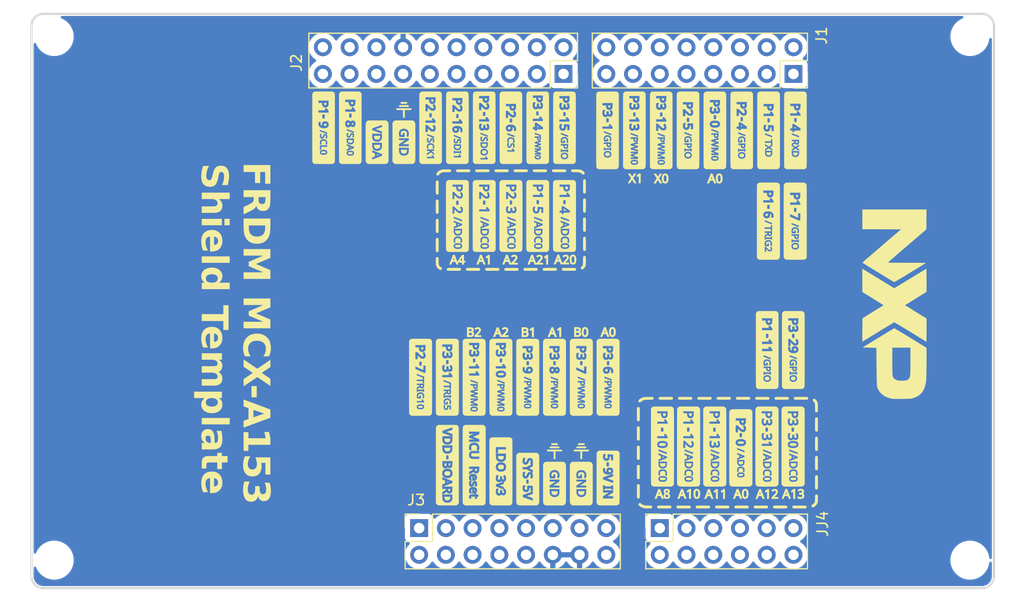
<source format=kicad_pcb>
(kicad_pcb (version 20221018) (generator pcbnew)
  (layers (0 "F.Cu" signal) (31 "B.Cu" signal) (34 "B.Paste" user) (35 "F.Paste" user) (36 "B.SilkS" user "B.Silkscreen") (37 "F.SilkS" user "F.Silkscreen") (38 "B.Mask" user) (39 "F.Mask" user) (44 "Edge.Cuts" user))
  (net 0 "")
  (net 11 "/P1-8{slash}SDA0")
  (net 13 "/P1-9{slash}SCL0")
  (net 14 "/P1-7{slash}GPIO")
  (net 16 "/P1-4{slash}RXD")
  (net 17 "/P1-6{slash}TRIG2")
  (net 18 "/P1-5{slash}TXD")
  (net 19 "/P2-4{slash}GPIO")
  (net 20 "/P3-0{slash}PWM0")
  (net 21 "/P2-5{slash}GPIO")
  (net 22 "/P3-12{slash}PWM0")
  (net 23 "/P3-13{slash}PWM0")
  (net 24 "/P3-1{slash}GPIO")
  (net 25 "/P1-4{slash}ADC0")
  (net 26 "/P3-15{slash}GPIO")
  (net 27 "/P1-5{slash}ADC0")
  (net 28 "/P3-14{slash}PWM0")
  (net 29 "/P2-3{slash}ADC0")
  (net 31 "/P2-6{slash}CSI1")
  (net 33 "/P2-1{slash}ADC0")
  (net 35 "/P2-13{slash}SDO1")
  (net 37 "/P2-2{slash}ADC0")
  (net 38 "/P2-16{slash}SDI1")
  (net 39 "/P2-12{slash}SCK1")
  (net 40 "GND")
  (net 41 "VDDA")
  (net 42 "/P2-7{slash}TRIG10")
  (net 43 "/P3-31{slash}TRIG5")
  (net 44 "/VDD_BOARD")
  (net 45 "/P3-11{slash}PWM0")
  (net 46 "/MCU_Reset")
  (net 47 "/P3-10{slash}PWM0")
  (net 48 "/LDO_3v3")
  (net 49 "/P3-9{slash}PWM0")
  (net 50 "/SYS-5V")
  (net 51 "/P3-8{slash}PWM0")
  (net 52 "/P3-7{slash}PWM0")
  (net 53 "/P3-6{slash}PWM0")
  (net 54 "/5-9VIN")
  (net 55 "/P1-10{slash}ADC0")
  (net 56 "/P1-12{slash}ADC0")
  (net 57 "/P1-13{slash}ADC0")
  (net 58 "/P2-0{slash}ADC0")
  (net 59 "/P1-11{slash}GPIO")
  (net 60 "/P3-31{slash}ADC0")
  (net 61 "/P3-29{slash}GPIO")
  (net 62 "/P3-30{slash}ADC0")
  (footprint "Wavenumber:SSQ-110-23-G-D" (layer "F.Cu") (at 138.740401 77.9608 -90)
    (fp_text reference "J2" (at 0.2032 13.9446 90) (layer "F.SilkS"))
    (fp_text value "Conn_02x10_Odd_Even")
    (pad "1" thru_hole rect (at 1.27 -11.43 270) (size 1.7 1.7) (drill 1) (layers "*.Cu" "*.Mask") (net 25 "/P1-4{slash}ADC0"))
    (pad "2" thru_hole oval (at -1.27 -11.43 270) (size 1.7 1.7) (drill 1) (layers "*.Cu" "*.Mask") (net 26 "/P3-15{slash}GPIO"))
    (pad "3" thru_hole oval (at 1.27 -8.89 270) (size 1.7 1.7) (drill 1) (layers "*.Cu" "*.Mask") (net 27 "/P1-5{slash}ADC0"))
    (pad "4" thru_hole oval (at -1.27 -8.89 270) (size 1.7 1.7) (drill 1) (layers "*.Cu" "*.Mask") (net 28 "/P3-14{slash}PWM0"))
    (pad "5" thru_hole oval (at 1.27 -6.35 270) (size 1.7 1.7) (drill 1) (layers "*.Cu" "*.Mask") (net 29 "/P2-3{slash}ADC0"))
    (pad "6" thru_hole oval (at -1.27 -6.35 270) (size 1.7 1.7) (drill 1) (layers "*.Cu" "*.Mask") (net 31 "/P2-6{slash}CSI1"))
    (pad "7" thru_hole oval (at 1.27 -3.81 270) (size 1.7 1.7) (drill 1) (layers "*.Cu" "*.Mask") (net 33 "/P2-1{slash}ADC0"))
    (pad "8" thru_hole oval (at -1.27 -3.81 270) (size 1.7 1.7) (drill 1) (layers "*.Cu" "*.Mask") (net 35 "/P2-13{slash}SDO1"))
    (pad "9" thru_hole oval (at 1.27 -1.27 270) (size 1.7 1.7) (drill 1) (layers "*.Cu" "*.Mask") (net 37 "/P2-2{slash}ADC0"))
    (pad "10" thru_hole oval (at -1.27 -1.27 270) (size 1.7 1.7) (drill 1) (layers "*.Cu" "*.Mask") (net 38 "/P2-16{slash}SDI1"))
    (pad "11" thru_hole oval (at 1.27 1.27 270) (size 1.7 1.7) (drill 1) (layers "*.Cu" "*.Mask"))
    (pad "12" thru_hole oval (at -1.27 1.27 270) (size 1.7 1.7) (drill 1) (layers "*.Cu" "*.Mask") (net 39 "/P2-12{slash}SCK1"))
    (pad "13" thru_hole oval (at 1.27 3.81 270) (size 1.7 1.7) (drill 1) (layers "*.Cu" "*.Mask"))
    (pad "14" thru_hole oval (at -1.27 3.81 270) (size 1.7 1.7) (drill 1) (layers "*.Cu" "*.Mask") (net 40 "GND"))
    (pad "15" thru_hole oval (at 1.27 6.35 270) (size 1.7 1.7) (drill 1) (layers "*.Cu" "*.Mask"))
    (pad "16" thru_hole oval (at -1.27 6.35 270) (size 1.7 1.7) (drill 1) (layers "*.Cu" "*.Mask") (net 41 "VDDA"))
    (pad "17" thru_hole oval (at 1.27 8.89 270) (size 1.7 1.7) (drill 1) (layers "*.Cu" "*.Mask"))
    (pad "18" thru_hole oval (at -1.27 8.89 270) (size 1.7 1.7) (drill 1) (layers "*.Cu" "*.Mask") (net 11 "/P1-8{slash}SDA0"))
    (pad "19" thru_hole oval (at 1.27 11.43 270) (size 1.7 1.7) (drill 1) (layers "*.Cu" "*.Mask"))
    (pad "20" thru_hole oval (at -1.27 11.43 270) (size 1.7 1.7) (drill 1) (layers "*.Cu" "*.Mask") (net 13 "/P1-9{slash}SCL0"))
  )
  (footprint "Wavenumber:J3" (layer "F.Cu") (at 145.496801 111.7682)
    (fp_text reference "G***" hide)
    (fp_text value "LOGO" hide)
  )
  (footprint "Wavenumber:J2" (layer "F.Cu") (at 163.276801 88.893238)
    (fp_text reference "G***" hide)
    (fp_text value "LOGO" hide)
  )
  (footprint "Wavenumber:nxp_logo" (layer "F.Cu") (at 181.624401 101.1258 -90)
    (fp_text reference "G***" hide)
    (fp_text value "LOGO" hide)
  )
  (footprint "Wavenumber:SSQ-108-03-T-D" (layer "F.Cu") (at 163.124401 77.9608 -90)
    (fp_text reference "J1" (at -2.3876 -11.557 90) (layer "F.SilkS"))
    (fp_text value "Conn_02x08_Odd_Even")
    (pad "1" thru_hole rect (at 1.27 -8.89 270) (size 1.7 1.7) (drill 1) (layers "*.Cu" "*.Mask") (net 14 "/P1-7{slash}GPIO"))
    (pad "2" thru_hole oval (at -1.27 -8.89 270) (size 1.7 1.7) (drill 1) (layers "*.Cu" "*.Mask") (net 16 "/P1-4{slash}RXD"))
    (pad "3" thru_hole oval (at 1.27 -6.35 270) (size 1.7 1.7) (drill 1) (layers "*.Cu" "*.Mask") (net 17 "/P1-6{slash}TRIG2"))
    (pad "4" thru_hole oval (at -1.27 -6.35 270) (size 1.7 1.7) (drill 1) (layers "*.Cu" "*.Mask") (net 18 "/P1-5{slash}TXD"))
    (pad "5" thru_hole oval (at 1.27 -3.81 270) (size 1.7 1.7) (drill 1) (layers "*.Cu" "*.Mask"))
    (pad "6" thru_hole oval (at -1.27 -3.81 270) (size 1.7 1.7) (drill 1) (layers "*.Cu" "*.Mask") (net 19 "/P2-4{slash}GPIO"))
    (pad "7" thru_hole oval (at 1.27 -1.27 270) (size 1.7 1.7) (drill 1) (layers "*.Cu" "*.Mask"))
    (pad "8" thru_hole oval (at -1.27 -1.27 270) (size 1.7 1.7) (drill 1) (layers "*.Cu" "*.Mask") (net 20 "/P3-0{slash}PWM0"))
    (pad "9" thru_hole oval (at 1.27 1.27 270) (size 1.7 1.7) (drill 1) (layers "*.Cu" "*.Mask"))
    (pad "10" thru_hole oval (at -1.27 1.27 270) (size 1.7 1.7) (drill 1) (layers "*.Cu" "*.Mask") (net 21 "/P2-5{slash}GPIO"))
    (pad "11" thru_hole oval (at 1.27 3.81 270) (size 1.7 1.7) (drill 1) (layers "*.Cu" "*.Mask"))
    (pad "12" thru_hole oval (at -1.27 3.81 270) (size 1.7 1.7) (drill 1) (layers "*.Cu" "*.Mask") (net 22 "/P3-12{slash}PWM0"))
    (pad "13" thru_hole oval (at 1.27 6.35 270) (size 1.7 1.7) (drill 1) (layers "*.Cu" "*.Mask"))
    (pad "14" thru_hole oval (at -1.27 6.35 270) (size 1.7 1.7) (drill 1) (layers "*.Cu" "*.Mask") (net 23 "/P3-13{slash}PWM0"))
    (pad "15" thru_hole oval (at 1.27 8.89 270) (size 1.7 1.7) (drill 1) (layers "*.Cu" "*.Mask"))
    (pad "16" thru_hole oval (at -1.27 8.89 270) (size 1.7 1.7) (drill 1) (layers "*.Cu" "*.Mask") (net 24 "/P3-1{slash}GPIO"))
  )
  (footprint "MountingHole:MountingHole_3.2mm_M3" (layer "F.Cu") (at 188.778401 75.6748)
    (fp_text reference "H2" hide)
    (fp_text value "MountingHole")
    (pad "" np_thru_hole circle locked (at 0 0) (size 3.2 3.2) (drill 3.2) (layers "*.Cu" "*.Mask"))
  )
  (footprint "Wavenumber:J4" (layer "F.Cu") (at 165.740601 111.1586)
    (fp_text reference "G***" hide)
    (fp_text value "LOGO" hide)
  )
  (footprint "MountingHole:MountingHole_3.2mm_M3" (layer "F.Cu") (at 101.783401 125.4588)
    (fp_text reference "H3" hide)
    (fp_text value "MountingHole")
    (pad "" np_thru_hole circle locked (at 0 0) (size 3.2 3.2) (drill 3.2) (layers "*.Cu" "*.Mask"))
  )
  (footprint "Wavenumber:J2" (layer "F.Cu") (at 139.299201 89.4162)
    (fp_text reference "G***" hide)
    (fp_text value "LOGO" hide)
  )
  (footprint "Wavenumber:SSQ-106-03-T-D" (layer "F.Cu") (at 165.665401 123.6808 90)
    (fp_text reference "JJ4" (at 1.6764 9.1176 270) (layer "F.SilkS"))
    (fp_text value "Conn_02x06_Odd_Even")
    (pad "1" thru_hole rect (at 1.27 -6.35 90) (size 1.7 1.7) (drill 1) (layers "*.Cu" "*.Mask"))
    (pad "2" thru_hole oval (at -1.27 -6.35 90) (size 1.7 1.7) (drill 1) (layers "*.Cu" "*.Mask") (net 55 "/P1-10{slash}ADC0"))
    (pad "3" thru_hole oval (at 1.27 -3.81 90) (size 1.7 1.7) (drill 1) (layers "*.Cu" "*.Mask"))
    (pad "4" thru_hole oval (at -1.27 -3.81 90) (size 1.7 1.7) (drill 1) (layers "*.Cu" "*.Mask") (net 56 "/P1-12{slash}ADC0"))
    (pad "5" thru_hole oval (at 1.27 -1.27 90) (size 1.7 1.7) (drill 1) (layers "*.Cu" "*.Mask"))
    (pad "6" thru_hole oval (at -1.27 -1.27 90) (size 1.7 1.7) (drill 1) (layers "*.Cu" "*.Mask") (net 57 "/P1-13{slash}ADC0"))
    (pad "7" thru_hole oval (at 1.27 1.27 90) (size 1.7 1.7) (drill 1) (layers "*.Cu" "*.Mask"))
    (pad "8" thru_hole oval (at -1.27 1.27 90) (size 1.7 1.7) (drill 1) (layers "*.Cu" "*.Mask") (net 58 "/P2-0{slash}ADC0"))
    (pad "9" thru_hole oval (at 1.27 3.81 90) (size 1.7 1.7) (drill 1) (layers "*.Cu" "*.Mask") (net 59 "/P1-11{slash}GPIO"))
    (pad "10" thru_hole oval (at -1.27 3.81 90) (size 1.7 1.7) (drill 1) (layers "*.Cu" "*.Mask") (net 60 "/P3-31{slash}ADC0"))
    (pad "11" thru_hole oval (at 1.27 6.35 90) (size 1.7 1.7) (drill 1) (layers "*.Cu" "*.Mask") (net 61 "/P3-29{slash}GPIO"))
    (pad "12" thru_hole oval (at -1.27 6.35 90) (size 1.7 1.7) (drill 1) (layers "*.Cu" "*.Mask") (net 62 "/P3-30{slash}ADC0"))
  )
  (footprint "MountingHole:MountingHole_3.2mm_M3" (layer "F.Cu") (at 101.783401 75.6748)
    (fp_text reference "H1" hide)
    (fp_text value "MountingHole")
    (pad "" np_thru_hole circle locked (at 0 0) (size 3.2 3.2) (drill 3.2) (layers "*.Cu" "*.Mask"))
  )
  (footprint "Wavenumber:SSQ-108-03-T-D" (layer "F.Cu") (at 145.344401 123.6808 90)
    (fp_text reference "J3" (at 3.937 -9.1694 180) (layer "F.SilkS"))
    (fp_text value "Conn_02x08_Odd_Even")
    (pad "1" thru_hole rect (at 1.27 -8.89 90) (size 1.7 1.7) (drill 1) (layers "*.Cu" "*.Mask") (net 42 "/P2-7{slash}TRIG10"))
    (pad "2" thru_hole oval (at -1.27 -8.89 90) (size 1.7 1.7) (drill 1) (layers "*.Cu" "*.Mask"))
    (pad "3" thru_hole oval (at 1.27 -6.35 90) (size 1.7 1.7) (drill 1) (layers "*.Cu" "*.Mask") (net 43 "/P3-31{slash}TRIG5"))
    (pad "4" thru_hole oval (at -1.27 -6.35 90) (size 1.7 1.7) (drill 1) (layers "*.Cu" "*.Mask") (net 44 "/VDD_BOARD"))
    (pad "5" thru_hole oval (at 1.27 -3.81 90) (size 1.7 1.7) (drill 1) (layers "*.Cu" "*.Mask") (net 45 "/P3-11{slash}PWM0"))
    (pad "6" thru_hole oval (at -1.27 -3.81 90) (size 1.7 1.7) (drill 1) (layers "*.Cu" "*.Mask") (net 46 "/MCU_Reset"))
    (pad "7" thru_hole oval (at 1.27 -1.27 90) (size 1.7 1.7) (drill 1) (layers "*.Cu" "*.Mask") (net 47 "/P3-10{slash}PWM0"))
    (pad "8" thru_hole oval (at -1.27 -1.27 90) (size 1.7 1.7) (drill 1) (layers "*.Cu" "*.Mask") (net 48 "/LDO_3v3"))
    (pad "9" thru_hole oval (at 1.27 1.27 90) (size 1.7 1.7) (drill 1) (layers "*.Cu" "*.Mask") (net 49 "/P3-9{slash}PWM0"))
    (pad "10" thru_hole oval (at -1.27 1.27 90) (size 1.7 1.7) (drill 1) (layers "*.Cu" "*.Mask") (net 50 "/SYS-5V"))
    (pad "11" thru_hole oval (at 1.27 3.81 90) (size 1.7 1.7) (drill 1) (layers "*.Cu" "*.Mask") (net 51 "/P3-8{slash}PWM0"))
    (pad "12" thru_hole oval (at -1.27 3.81 90) (size 1.7 1.7) (drill 1) (layers "*.Cu" "*.Mask") (net 40 "GND"))
    (pad "13" thru_hole oval (at 1.27 6.35 90) (size 1.7 1.7) (drill 1) (layers "*.Cu" "*.Mask") (net 52 "/P3-7{slash}PWM0"))
    (pad "14" thru_hole oval (at -1.27 6.35 90) (size 1.7 1.7) (drill 1) (layers "*.Cu" "*.Mask") (net 40 "GND"))
    (pad "15" thru_hole oval (at 1.27 8.89 90) (size 1.7 1.7) (drill 1) (layers "*.Cu" "*.Mask") (net 53 "/P3-6{slash}PWM0"))
    (pad "16" thru_hole oval (at -1.27 8.89 90) (size 1.7 1.7) (drill 1) (layers "*.Cu" "*.Mask") (net 54 "/5-9VIN"))
  )
  (footprint "MountingHole:MountingHole_3.2mm_M3" (layer "F.Cu") (at 188.778401 125.4588)
    (fp_text reference "H4" hide)
    (fp_text value "MountingHole")
    (pad "" np_thru_hole circle locked (at 0 0) (size 3.2 3.2) (drill 3.2) (layers "*.Cu" "*.Mask"))
  )
  (gr_line locked (start 99.624401 126.9828) (end 99.624401 74.6588) (stroke (width 0.2)) (layer "Edge.Cuts"))
  (gr_line locked (start 100.767401 73.5158) (end 189.921401 73.5158) (stroke (width 0.2)) (layer "Edge.Cuts"))
  (gr_arc locked (start 191.064401 126.9828) (mid 190.729624 127.791023) (end 189.921401 128.1258) (stroke (width 0.2)) (layer "Edge.Cuts"))
  (gr_arc locked (start 100.767401 128.1258) (mid 99.959178 127.791023) (end 99.624401 126.9828) (stroke (width 0.2)) (layer "Edge.Cuts"))
  (gr_line locked (start 100.767401 128.1258) (end 189.921401 128.1258) (stroke (width 0.2)) (layer "Edge.Cuts"))
  (gr_arc locked (start 99.624401 74.6588) (mid 99.959178 73.850577) (end 100.767401 73.5158) (stroke (width 0.2)) (layer "Edge.Cuts"))
  (gr_line locked (start 191.064401 126.9828) (end 191.064401 74.6588) (stroke (width 0.2)) (layer "Edge.Cuts"))
  (gr_arc locked (start 189.921401 73.5158) (mid 190.729624 73.850577) (end 191.064401 74.6588) (stroke (width 0.2)) (layer "Edge.Cuts"))
  (gr_text "Shield Template" (at 115.374401 87.7008 270) (layer "F.SilkS") (effects (font (size 2.5 2.5) (thickness 0.3) bold) (justify left bottom)))
  (gr_text "FRDM MCX-A153" (at 119.349401 87.572572 270) (layer "F.SilkS") (effects (font (size 2.5 2.5) (thickness 0.3) bold) (justify left bottom)))
  (zone (net 40) (net_name "GND") (layer "B.Cu") (connect_pads (clearance 0.5)) (min_thickness 0.25) (fill yes (thermal_gap 0.5) (thermal_bridge_width 0.5))
    (polygon (pts (xy 99.624401 73.1258) (xy 191.624401 73.1258) (xy 191.624401 129.1258) (xy 99.624401 129.1258)))
  )
)
</source>
